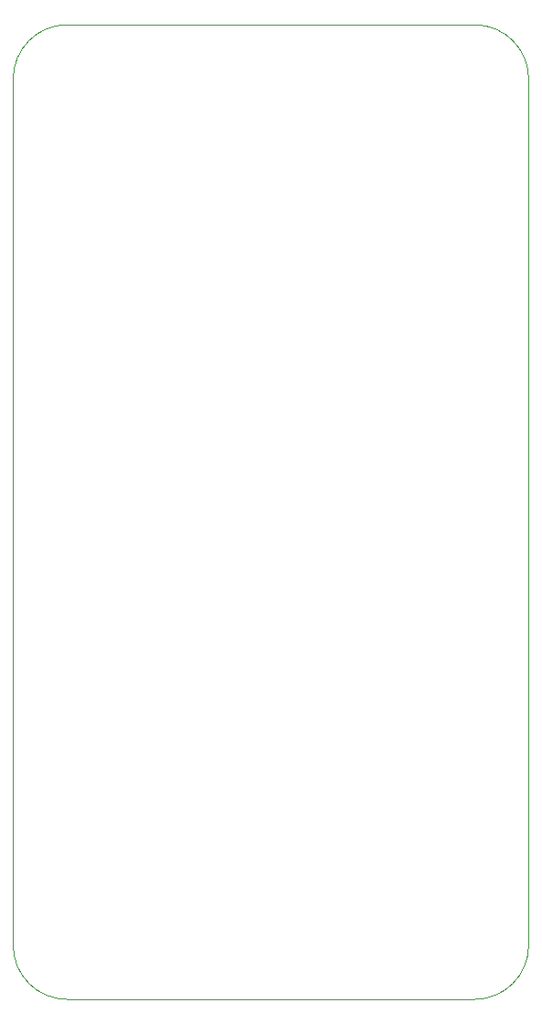
<source format=gm1>
G04 #@! TF.GenerationSoftware,KiCad,Pcbnew,8.0.6*
G04 #@! TF.CreationDate,2025-03-23T16:03:48+01:00*
G04 #@! TF.ProjectId,RS485-insolated-repeater,52533438-352d-4696-9e73-6f6c61746564,v1.0*
G04 #@! TF.SameCoordinates,Original*
G04 #@! TF.FileFunction,Profile,NP*
%FSLAX46Y46*%
G04 Gerber Fmt 4.6, Leading zero omitted, Abs format (unit mm)*
G04 Created by KiCad (PCBNEW 8.0.6) date 2025-03-23 16:03:48*
%MOMM*%
%LPD*%
G01*
G04 APERTURE LIST*
G04 #@! TA.AperFunction,Profile*
%ADD10C,0.050000*%
G04 #@! TD*
G04 APERTURE END LIST*
D10*
X121700000Y-59500000D02*
X159450000Y-59500000D01*
X116700000Y-144750000D02*
X116700000Y-64500000D01*
X159450000Y-149750000D02*
X121700000Y-149750000D01*
X164450000Y-64500000D02*
X164450000Y-144750000D01*
X121700000Y-149750000D02*
G75*
G02*
X116700000Y-144750000I0J5000000D01*
G01*
X164450000Y-144750000D02*
G75*
G02*
X159450000Y-149750000I-5000000J0D01*
G01*
X159450000Y-59500000D02*
G75*
G02*
X164450000Y-64500000I0J-5000000D01*
G01*
X116700000Y-64500000D02*
G75*
G02*
X121700000Y-59500000I5000000J0D01*
G01*
M02*

</source>
